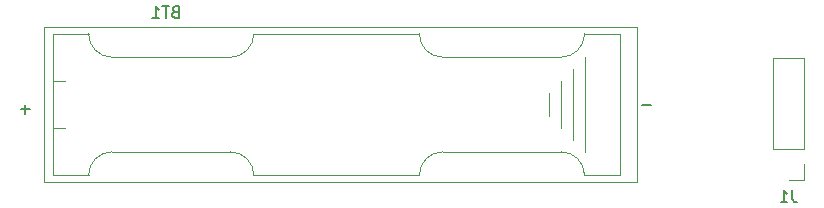
<source format=gbr>
%TF.GenerationSoftware,KiCad,Pcbnew,8.0.6*%
%TF.CreationDate,2024-12-16T19:53:59-05:00*%
%TF.ProjectId,nametag,6e616d65-7461-4672-9e6b-696361645f70,rev?*%
%TF.SameCoordinates,Original*%
%TF.FileFunction,Legend,Bot*%
%TF.FilePolarity,Positive*%
%FSLAX46Y46*%
G04 Gerber Fmt 4.6, Leading zero omitted, Abs format (unit mm)*
G04 Created by KiCad (PCBNEW 8.0.6) date 2024-12-16 19:53:59*
%MOMM*%
%LPD*%
G01*
G04 APERTURE LIST*
%ADD10C,0.150000*%
%ADD11C,0.120000*%
G04 APERTURE END LIST*
D10*
X117300333Y-92267819D02*
X117300333Y-92982104D01*
X117300333Y-92982104D02*
X117347952Y-93124961D01*
X117347952Y-93124961D02*
X117443190Y-93220200D01*
X117443190Y-93220200D02*
X117586047Y-93267819D01*
X117586047Y-93267819D02*
X117681285Y-93267819D01*
X116300333Y-93267819D02*
X116871761Y-93267819D01*
X116586047Y-93267819D02*
X116586047Y-92267819D01*
X116586047Y-92267819D02*
X116681285Y-92410676D01*
X116681285Y-92410676D02*
X116776523Y-92505914D01*
X116776523Y-92505914D02*
X116871761Y-92553533D01*
X65047714Y-77147009D02*
X64904857Y-77194628D01*
X64904857Y-77194628D02*
X64857238Y-77242247D01*
X64857238Y-77242247D02*
X64809619Y-77337485D01*
X64809619Y-77337485D02*
X64809619Y-77480342D01*
X64809619Y-77480342D02*
X64857238Y-77575580D01*
X64857238Y-77575580D02*
X64904857Y-77623200D01*
X64904857Y-77623200D02*
X65000095Y-77670819D01*
X65000095Y-77670819D02*
X65381047Y-77670819D01*
X65381047Y-77670819D02*
X65381047Y-76670819D01*
X65381047Y-76670819D02*
X65047714Y-76670819D01*
X65047714Y-76670819D02*
X64952476Y-76718438D01*
X64952476Y-76718438D02*
X64904857Y-76766057D01*
X64904857Y-76766057D02*
X64857238Y-76861295D01*
X64857238Y-76861295D02*
X64857238Y-76956533D01*
X64857238Y-76956533D02*
X64904857Y-77051771D01*
X64904857Y-77051771D02*
X64952476Y-77099390D01*
X64952476Y-77099390D02*
X65047714Y-77147009D01*
X65047714Y-77147009D02*
X65381047Y-77147009D01*
X64523904Y-76670819D02*
X63952476Y-76670819D01*
X64238190Y-77670819D02*
X64238190Y-76670819D01*
X63095333Y-77670819D02*
X63666761Y-77670819D01*
X63381047Y-77670819D02*
X63381047Y-76670819D01*
X63381047Y-76670819D02*
X63476285Y-76813676D01*
X63476285Y-76813676D02*
X63571523Y-76908914D01*
X63571523Y-76908914D02*
X63666761Y-76956533D01*
X105340951Y-85073866D02*
X104579047Y-85073866D01*
X52704951Y-85417866D02*
X51943047Y-85417866D01*
X52323999Y-85798819D02*
X52323999Y-85036914D01*
D11*
%TO.C,J1*%
X115637000Y-81093000D02*
X115637000Y-88773000D01*
X118297000Y-81093000D02*
X115637000Y-81093000D01*
X118297000Y-81093000D02*
X118297000Y-88773000D01*
X118297000Y-88773000D02*
X115637000Y-88773000D01*
X118297000Y-90043000D02*
X118297000Y-91373000D01*
X118297000Y-91373000D02*
X116967000Y-91373000D01*
%TO.C,BT1*%
X53900000Y-78400000D02*
X53900000Y-91600000D01*
X53900000Y-91600000D02*
X104100000Y-91600000D01*
X54700000Y-79000000D02*
X54700000Y-91000000D01*
X54700000Y-83000000D02*
X55700000Y-83000000D01*
X55700000Y-87000000D02*
X54700000Y-87000000D01*
X57700000Y-79000000D02*
X54700000Y-79000000D01*
X57700000Y-91000000D02*
X54700000Y-91000000D01*
X69700000Y-81000000D02*
X59700000Y-81000000D01*
X69700000Y-89000000D02*
X59700000Y-89000000D01*
X71700000Y-91000000D02*
X85700000Y-91000000D01*
X85700000Y-79000000D02*
X71700000Y-79000000D01*
X87700000Y-81000000D02*
X97700000Y-81000000D01*
X87700000Y-89000000D02*
X97700000Y-89000000D01*
X96700000Y-84000000D02*
X96700000Y-86000000D01*
X97700000Y-83000000D02*
X97700000Y-87000000D01*
X98700000Y-88000000D02*
X98700000Y-82000000D01*
X99700000Y-79000000D02*
X102700000Y-79000000D01*
X99700000Y-81000000D02*
X99700000Y-89000000D01*
X99700000Y-91000000D02*
X102700000Y-91000000D01*
X102700000Y-79000000D02*
X102700000Y-91000000D01*
X104100000Y-78400000D02*
X53900000Y-78400000D01*
X104100000Y-91600000D02*
X104100000Y-78400000D01*
X57700000Y-91000000D02*
G75*
G02*
X59700000Y-89000000I2000000J0D01*
G01*
X59700000Y-81000000D02*
G75*
G02*
X57700000Y-79000000I0J2000000D01*
G01*
X69700000Y-89000000D02*
G75*
G02*
X71700000Y-91000000I0J-2000000D01*
G01*
X71700000Y-79000000D02*
G75*
G02*
X69700000Y-81000000I-2000000J0D01*
G01*
X85700000Y-91000000D02*
G75*
G02*
X87700000Y-89000000I2000000J0D01*
G01*
X87700000Y-81000000D02*
G75*
G02*
X85700000Y-79000000I0J2000000D01*
G01*
X97700000Y-89000000D02*
G75*
G02*
X99700000Y-91000000I0J-2000000D01*
G01*
X99700000Y-79000000D02*
G75*
G02*
X97700000Y-81000000I-2000000J0D01*
G01*
%TD*%
M02*

</source>
